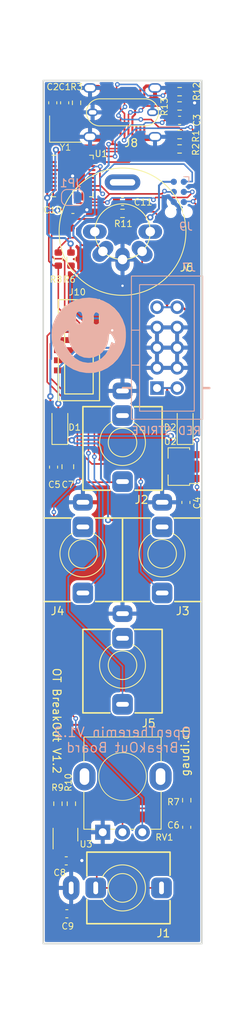
<source format=kicad_pcb>
(kicad_pcb (version 20211014) (generator pcbnew)
  (layers (0 "F.Cu" signal) (31 "B.Cu" signal) (34 "B.Paste" user) (35 "F.Paste" user) (36 "B.SilkS" user "B.Silkscreen") (37 "F.SilkS" user "F.Silkscreen") (38 "B.Mask" user) (39 "F.Mask" user) (44 "Edge.Cuts" user))
  (net 0 "")
  (net 2 "Net-(J6-Pad4)")
  (net 4 "Net-(J6-Pad5)")
  (net 5 "AUDIO")
  (net 6 "CV1")
  (net 7 "TXD")
  (net 8 "CV2")
  (net 9 "RXD")
  (net 10 "GATE")
  (net 11 "Net-(C8-Pad2)")
  (net 28 "Net-(U1-Pad13)")
  (net 37 "+5V")
  (net 38 "UGND")
  (net 39 "Net-(C1-Pad2)")
  (net 40 "Net-(J8-PadA7)")
  (net 41 "MISO")
  (net 42 "SCK")
  (net 43 "MOSI")
  (net 44 "RESET")
  (net 45 "Net-(C2-Pad2)")
  (net 46 "Net-(C3-Pad2)")
  (net 47 "Net-(J8-PadA6)")
  (net 48 "Net-(R1-Pad2)")
  (net 49 "Net-(R2-Pad2)")
  (net 50 "Net-(C4-Pad2)")
  (net 51 "Net-(R7-Pad2)")
  (net 52 "Net-(C6-Pad2)")
  (net 53 "PHONO")
  (net 54 "Net-(J8-PadA5)")
  (net 55 "Net-(J8-PadB5)")
  (net 56 "+12V")
  (net 57 "-12V")
  (net 58 "Net-(R10-Pad2)")
  (net 59 "VUSB")
  (footprint "Package_DFN_QFN:QFN-32-1EP_5x5mm_P0.5mm_EP3.1x3.1mm" (layer "F.Cu") (at 93.7 68.5)
    (fp_text reference "U1")
    (fp_text value "ATmega16U2-M")
  )
  (footprint "Capacitor_SMD:C_0603_1608Metric" (layer "F.Cu") (at 100 71.7 180)
    (fp_text reference "C11")
    (fp_text value "100nF")
  )
  (footprint "Resistor_SMD:R_0603_1608Metric" (layer "F.Cu") (at 107.2 63.3 180)
    (fp_text reference "R1")
    (fp_text value "22R")
  )
  (footprint "GaudiLabsFootPrints:Jack_3.5mm_Stereo_WQP-PJ366ST_Vertical" (layer "F.Cu") (at 100 102 180)
    (fp_text reference "J2")
    (fp_text value "AudioJack2_Ground_SwitchT")
  )
  (footprint "GaudiLabsFootPrints:OTBreakOut_2x05_P1.27mm_Vertical_SMD" (layer "F.Cu") (at 94.5 90.4)
    (fp_text reference "J10")
    (fp_text value "Conn_02x05_Odd_Even")
  )
  (footprint "GaudiLabsFootPrints:Alps_RK09K_Vertical" (layer "F.Cu") (at 100 144)
    (fp_text reference "RV1")
    (fp_text value "R_Potentiometer")
  )
  (footprint "Fiducial:Fiducial_1mm_Mask2mm" (layer "F.Cu") (at 93.5 75)
    (fp_text reference "FID1" hide)
    (fp_text value "Fiducial")
  )
  (footprint "Capacitor_SMD:C_0603_1608Metric" (layer "F.Cu") (at 92.9 154.6)
    (fp_text reference "C8")
    (fp_text value "10uF")
  )
  (footprint "Capacitor_SMD:C_0603_1608Metric" (layer "F.Cu") (at 91.2 59.3 -90)
    (fp_text reference "C2")
    (fp_text value "22pF")
  )
  (footprint "Capacitor_SMD:C_0603_1608Metric" (layer "F.Cu") (at 107.2 61.5 180)
    (fp_text reference "C3")
    (fp_text value "1uF")
  )
  (footprint "Capacitor_SMD:C_0603_1608Metric" (layer "F.Cu") (at 108 109.54 90)
    (fp_text reference "C4")
    (fp_text value "22pF")
  )
  (footprint "GaudiLabsFootPrints:Deltron_691-0500" (layer "F.Cu") (at 100 75.5)
    (fp_text reference "J6")
    (fp_text value "DIN-5_180degree")
  )
  (footprint "Capacitor_SMD:C_0603_1608Metric" (layer "F.Cu") (at 92.975 161.25)
    (fp_text reference "C9")
    (fp_text value "100nF")
  )
  (footprint "GaudiLabsFootPrints:UJ40_CVG_SMT_TR" (layer "F.Cu") (at 100 60.5)
    (fp_text reference "J8")
    (fp_text value "USB_C_Receptacle")
  )
  (footprint "Fiducial:Fiducial_1mm_Mask2mm" (layer "F.Cu") (at 108 163)
    (fp_text reference "FID2" hide)
    (fp_text value "Fiducial")
  )
  (footprint "GaudiLabsFootPrints:Jack_3.5mm_Stereo_WQP-PJ366ST_Vertical" (layer "F.Cu") (at 95 116 180)
    (fp_text reference "J4")
    (fp_text value "AudioJack2_Ground_SwitchT")
  )
  (footprint "Diode_SMD:D_SOD-123" (layer "F.Cu") (at 107.9 100 90)
    (fp_text reference "D2")
    (fp_text value "D_Small_Filled")
  )
  (footprint "Resistor_SMD:R_0603_1608Metric" (layer "F.Cu") (at 93.55 147.4125 -90)
    (fp_text reference "R10")
    (fp_text value "10k")
  )
  (footprint "Package_TO_SOT_SMD:SOT-89-3" (layer "F.Cu") (at 107.41 105.03 180)
    (fp_text reference "U2")
    (fp_text value "AP2205R-5.0")
  )
  (footprint "Capacitor_SMD:C_0603_1608Metric" (layer "F.Cu") (at 91.3 105.1 90)
    (fp_text reference "C5")
    (fp_text value "22pF")
  )
  (footprint "Resistor_SMD:R_0603_1608Metric" (layer "F.Cu") (at 107.2 57.9)
    (fp_text reference "R12")
    (fp_text value "5.1k")
  )
  (footprint "Resistor_SMD:R_0603_1608Metric" (layer "F.Cu") (at 108.1 146.975 90)
    (fp_text reference "R7")
    (fp_text value "2.2k")
  )
  (footprint "Capacitor_SMD:C_0805_2012Metric" (layer "F.Cu") (at 93.1 105.05 90)
    (fp_text reference "C7")
    (fp_text value "47uF")
  )
  (footprint "Resistor_SMD:R_0603_1608Metric" (layer "F.Cu") (at 107.2 65.1 180)
    (fp_text reference "R2")
    (fp_text value "22R")
  )
  (footprint "GaudiLabsFootPrints:Jack_3.5mm_Stereo_WQP-PJ366ST_Vertical" (layer "F.Cu") (at 100 130 180)
    (fp_text reference "J5")
    (fp_text value "AudioJack2_Ground_SwitchT")
  )
  (footprint "Package_TO_SOT_SMD:SOT-23-5" (layer "F.Cu") (at 92.8 151.3 90)
    (fp_text reference "U3")
    (fp_text value "AD8531ARTZ-R7 ")
  )
  (footprint "Capacitor_SMD:C_0603_1608Metric" (layer "F.Cu") (at 108.1 150.375 90)
    (fp_text reference "C6")
    (fp_text value "10nF")
  )
  (footprint "Diode_SMD:D_SOD-123" (layer "F.Cu") (at 92.1 100 90)
    (fp_text reference "D1")
    (fp_text value "D_Schottky")
  )
  (footprint "Capacitor_SMD:C_0603_1608Metric" (layer "F.Cu") (at 92.7 59.3 -90)
    (fp_text reference "C1")
    (fp_text value "22pF")
  )
  (footprint "Crystal:Crystal_SMD_3225-4Pin_3.2x2.5mm" (layer "F.Cu") (at 92.8 62.6)
    (fp_text reference "Y1")
    (fp_text value "Crystal_GND24")
  )
  (footprint "Resistor_SMD:R_0603_1608Metric" (layer "F.Cu") (at 107.2 59.7)
    (fp_text reference "R13")
    (fp_text value "5.1k")
  )
  (footprint "Resistor_SMD:R_0603_1608Metric" (layer "F.Cu") (at 100 73.2)
    (fp_text reference "R11")
    (fp_text value "10k")
  )
  (footprint "Resistor_SMD:R_0603_1608Metric" (layer "F.Cu") (at 93.5 78.95 90)
    (fp_text reference "R6")
    (fp_text value "220R")
  )
  (footprint "GaudiLabsFootPrints:Jack_3.5mm_Stereo_WQP-PJ366ST_Vertical" (layer "F.Cu") (at 105 116 180)
    (fp_text reference "J3")
    (fp_text value "AudioJack2_Ground_SwitchT")
  )
  (footprint "Capacitor_SMD:C_0603_1608Metric" (layer "F.Cu") (at 93.739 72.7)
    (fp_text reference "C10")
    (fp_text value "100nF")
  )
  (footprint "Resistor_SMD:R_0603_1608Metric" (layer "F.Cu") (at 91.9 78.95 90)
    (fp_text reference "R8")
    (fp_text value "220R")
  )
  (footprint "Resistor_SMD:R_0603_1608Metric" (layer "F.Cu") (at 91.85 147.4125 90)
    (fp_text reference "R9")
    (fp_text value "10k")
  )
  (footprint "Audio_Jacks:Jack_3.5mm_QingPu_WQP-PJ366ST_Vertical" (layer "F.Cu") (at 100 158 -90)
    (fp_text reference "J1")
    (fp_text value "AudioJack3")
  )
  (footprint "Resistor_SMD:R_0603_1608Metric" (layer "F.Cu") (at 94.2 59.3 -90)
    (fp_text reference "R3")
    (fp_text value "1M")
  )
  (footprint "Jumper:SolderJumper-2_P1.3mm_Open_RoundedPad1.0x1.5mm" (layer "B.Cu") (at 93.7 71.2 180)
    (fp_text reference "JP1")
    (fp_text value "Jumper_2_Bridged")
  )
  (footprint "Connector:Tag-Connect_TC2030-IDC-NL_2x03_P1.27mm_Vertical" (layer "B.Cu") (at 107.1 70.5 -90)
    (fp_text reference "J9")
    (fp_text value "Conn_02x03_Odd_Even")
  )
  (footprint "GaudiLabsFootPrints:ModularConnector_10pin" (layer "B.Cu") (at 104.35 95.16)
    (fp_text reference "J7")
    (fp_text value "Conn_02x05_Odd_Even")
  )
  (footprint "GaudiLabsLogos:Smile" (layer "B.Cu") (at 95.699639 88.5249 180)
    (fp_text reference "X1")
    (fp_text value "dummy" hide)
  )
  (gr_line (start 110 165) (end 110 56.5) (layer "Edge.Cuts") (width 0.2))
  (gr_line (start 90 165) (end 90 56.5) (layer "Edge.Cuts") (width 0.2))
  (gr_line (start 110 56.5) (end 90 56.5) (layer "Edge.Cuts") (width 0.2))
  (gr_line (start 90 165) (end 110 165) (layer "Edge.Cuts") (width 0.2))
  (gr_text "RED STRIPE" (at 105.52 100.53) (layer "B.SilkS") (effects (font (size 1 1)) (justify mirror)))
  (gr_text "OpenTheremin V1.2\nBreakOut Board" (at 100 139.4) (layer "B.SilkS") (effects (font (size 1.2 1.2)) (justify mirror)))
  (gr_text "OT BreakOut V1.2\n" (at 91.7 137 270) (layer "F.SilkS") (effects (font (size 1 1))))
  (gr_text "gaudi.ch" (at 107.9 140.8 90) (layer "F.SilkS") (effects (font (size 1 1))))
  (segment (start 93.3 79.75) (end 94.75 81.2) (width 0.2) (layer "F.Cu") (net 2))
  (segment (start 102.474874 80.225126) (end 102.474874 77.974874) (width 0.2) (layer "F.Cu") (net 2))
  (segment (start 94.75 81.2) (end 101.5 81.2) (width 0.2) (layer "F.Cu") (net 2))
  (segment (start 101.5 81.2) (end 102.474874 80.225126) (width 0.2) (layer "F.Cu") (net 2))
  (segment (start 94.9 77.2) (end 96.750252 77.2) (width 0.2) (layer "F.Cu") (net 4))
  (segment (start 96.750252 77.2) (end 97.525126 77.974874) (width 0.2) (layer "F.Cu") (net 4))
  (segment (start 93.261619 76.255) (end 93.955 76.255) (width 0.2) (layer "F.Cu") (net 4))
  (segment (start 91.9 77.616619) (end 93.261619 76.255) (width 0.2) (layer "F.Cu") (net 4))
  (segment (start 91.9 78.125) (end 91.9 77.616619) (width 0.2) (layer "F.Cu") (net 4))
  (segment (start 93.955 76.255) (end 94.9 77.2) (width 0.2) (layer "F.Cu") (net 4))
  (segment (start 94.3 97.3) (end 94.3 105.1) (width 0.2) (layer "F.Cu") (net 5))
  (segment (start 94.3 105.1) (end 94.3 106) (width 0.2) (layer "F.Cu") (net 5))
  (segment (start 91.24 87.86) (end 92.55 87.86) (width 0.2) (layer "F.Cu") (net 5))
  (segment (start 99.92 107) (end 100 106.92) (width 0.2) (layer "F.Cu") (net 5))
  (segment (start 91.3405 133.9405) (end 91.3405 110.746411) (width 0.2) (layer "F.Cu") (net 5))
  (segment (start 95.6 107) (end 99.92 107) (width 0.2) (layer "F.Cu") (net 5))
  (segment (start 93.05 87.86) (end 91.84 87.86) (width 0.2) (layer "F.Cu") (net 5))
  (segment (start 93.3 96.3) (end 94.3 97.3) (width 0.2) (layer "F.Cu") (net 5))
  (segment (start 90.5 88.6) (end 91.24 87.86) (width 0.2) (layer "F.Cu") (net 5))
  (segment (start 94.3 106) (end 94.65 106.35) (width 0.2) (layer "F.Cu") (net 5))
  (segment (start 94.65 106.65) (end 94.4 106.9) (width 0.2) (layer "F.Cu") (net 5))
  (segment (start 94.65 106.35) (end 94.65 106.65) (width 0.2) (layer "F.Cu") (net 5))
  (segment (start 92.4 96.3) (end 93.3 96.3) (width 0.2) (layer "F.Cu") (net 5))
  (segment (start 91.05 94.95) (end 90.5 94.4) (width 0.2) (layer "F.Cu") (net 5))
  (segment (start 94.65 106.35) (end 95.3 107) (width 0.2) (layer "F.Cu") (net 5))
  (segment (start 94.1 136.7) (end 91.3405 133.9405) (width 0.2) (layer "F.Cu") (net 5))
  (segment (start 91.05 94.95) (end 92.4 96.3) (width 0.2) (layer "F.Cu") (net 5))
  (segment (start 90.5 94.4) (end 90.5 88.6) (width 0.2) (layer "F.Cu") (net 5))
  (segment (start 95.6 107) (end 95.3 107) (width 0.2) (layer "F.Cu") (net 5))
  (via (at 94.4 106.9) (size 0.6) (drill 0.3) (layers "F.Cu" "B.Cu") (net 5))
  (via (at 94.1 136.7) (size 0.6) (drill 0.3) (layers "F.Cu" "B.Cu") (net 5))
  (via (at 91.3405 110.746411) (size 0.6) (drill 0.3) (layers "F.Cu" "B.Cu") (net 5))
  (segment (start 94.1 136.7) (end 94.1 138.3) (width 0.2) (layer "B.Cu") (net 5))
  (segment (start 94.4 106.9) (end 91.3405 109.9595) (width 0.2) (layer "B.Cu") (net 5))
  (segment (start 94.1 138.3) (end 102.5 146.7) (width 0.2) (layer "B.Cu") (net 5))
  (segment (start 102.5 146.7) (end 102.5 151) (width 0.2) (layer "B.Cu") (net 5))
  (segment (start 91.3405 109.9595) (end 91.3405 110.746411) (width 0.2) (layer "B.Cu") (net 5))
  (segment (start 91.37 89.13) (end 92.55 89.13) (width 0.2) (layer "F.Cu") (net 6))
  (segment (start 96.15 104.7) (end 94.8 103.35) (width 0.2) (layer "F.Cu") (net 6))
  (segment (start 90.9 89.6) (end 91.37 89.13) (width 0.2) (layer "F.Cu") (net 6))
  (segment (start 92.7 95.7) (end 90.9 93.9) (width 0.2) (layer "F.Cu") (net 6))
  (segment (start 94.8 96.9) (end 93.6 95.7) (width 0.2) (layer "F.Cu") (net 6))
  (segment (start 93.05 89.13) (end 91.87 89.13) (width 0.2) (layer "F.Cu") (net 6))
  (segment (start 94.8 103.35) (end 94.8 96.9) (width 0.2) (layer "F.Cu") (net 6))
  (segment (start 102.3 106.95) (end 102.3 105.9) (width 0.2) (layer "F.Cu") (net 6))
  (segment (start 90.9 93.9) (end 90.9 89.6) (width 0.2) (layer "F.Cu") (net 6))
  (segment (start 102.3 105.9) (end 101.1 104.7) (width 0.2) (layer "F.Cu") (net 6))
  (segment (start 101.1 104.7) (end 96.15 104.7) (width 0.2) (layer "F.Cu") (net 6))
  (segment (start 93.6 95.7) (end 92.7 95.7) (width 0.2) (layer "F.Cu") (net 6))
  (via (at 102.3 106.95) (size 0.6) (drill 0.3) (layers "F.Cu" "B.Cu") (net 6))
  (segment (start 102.3 118.22) (end 105 120.92) (width 0.2) (layer "B.Cu") (net 6))
  (segment (start 102.3 106.95) (end 102.3 118.22) (width 0.2) (layer "B.Cu") (net 6))
  (segment (start 91.95 70.9375) (end 91.95 71.55) (width 0.2) (layer "F.Cu") (net 7))
  (segment (start 95.23 89.13) (end 94.8 88.7) (width 0.2) (layer "F.Cu") (net 7))
  (segment (start 91.95 71.55) (end 91.06 72.44) (width 0.2) (layer "F.Cu") (net 7))
  (segment (start 94.8 88.7) (end 94.8 87.2) (width 0.2) (layer "F.Cu") (net 7))
  (segment (start 92.7 85.1) (end 92.7 84.3) (width 0.2) (layer "F.Cu") (net 7))
  (segment (start 91.4 78.9) (end 92.4 78.9) (width 0.2) (layer "F.Cu") (net 7))
  (segment (start 92.7 79.2) (end 92.7 84.3) (width 0.2) (layer "F.Cu") (net 7))
  (segment (start 94.8 87.2) (end 92.7 85.1) (width 0.2) (layer "F.Cu") (net 7))
  (segment (start 91.06 72.44) (end 91.06 78.56) (width 0.2) (layer "F.Cu") (net 7))
  (segment (start 95.53 89.13) (end 96.95 89.13) (width 0.2) (layer "F.Cu") (net 7))
  (segment (start 92.4 78.9) (end 92.7 79.2) (width 0.2) (layer "F.Cu") (net 7))
  (segment (start 91.06 78.56) (end 91.4 78.9) (width 0.2) (layer "F.Cu") (net 7))
  (segment (start 96.45 89.13) (end 95.23 89.13) (width 0.2) (layer "F.Cu") (net 7))
  (segment (start 94.8 93.7) (end 96.45 95.35) (width 0.2) (layer "F.Cu") (net 8))
  (segment (start 96.45 95.35) (end 96.45 103.8) (width 0.2) (layer "F.Cu") (net 8))
  (segment (start 92.55 90.4) (end 94.1 90.4) (width 0.2) (layer "F.Cu") (net 8))
  (segment (start 94.1 90.4) (end 94.8 91.1) (width 0.2) (layer "F.Cu") (net 8))
  (segment (start 94.8 91.1) (end 94.8 93.7) (width 0.2) (layer "F.Cu") (net 8))
  (via (at 96.45 103.8) (size 0.6) (drill 0.3) (layers "F.Cu" "B.Cu") (net 8))
  (segment (start 97.5 107.7) (end 96.45 106.65) (width 0.2) (layer "B.Cu") (net 8))
  (segment (start 97.5 118.42) (end 97.5 107.7) (width 0.2) (layer "B.Cu") (net 8))
  (segment (start 96.45 106.65) (end 96.45 103.8) (width 0.2) (layer "B.Cu") (net 8))
  (segment (start 95 120.92) (end 97.5 118.42) (width 0.2) (layer "B.Cu") (net 8))
  (segment (start 91.2625 71.4875) (end 91.2625 70.25) (width 0.2) (layer "F.Cu") (net 9))
  (segment (start 91.275 79.775) (end 90.7 79.2) (width 0.2) (layer "F.Cu") (net 9))
  (segment (start 93.1 86.3) (end 91.9 85.1) (width 0.2) (layer "F.Cu") (net 9))
  (segment (start 91.9 79.775) (end 91.9 84.9) (width 0.2) (layer "F.Cu") (net 9))
  (segment (start 94.4 89.5) (end 94.4 87.6) (width 0.2) (layer "F.Cu") (net 9))
  (segment (start 90.7 72.05) (end 91.2625 71.4875) (width 0.2) (layer "F.Cu") (net 9))
  (segment (start 91.9 79.775) (end 91.275 79.775) (width 0.2) (layer "F.Cu") (net 9))
  (segment (start 90.7 79.2) (end 90.7 72.05) (width 0.2) (layer "F.Cu") (net 9))
  (segment (start 91.9 85.1) (end 91.9 84.9) (width 0.2) (layer "F.Cu") (net 9))
  (segment (start 94.4 87.6) (end 93.1 86.3) (width 0.2) (layer "F.Cu") (net 9))
  (segment (start 96.45 90.4) (end 95.3 90.4) (width 0.2) (layer "F.Cu") (net 9))
  (segment (start 95.3 90.4) (end 94.4 89.5) (width 0.2) (layer "F.Cu") (net 9))
  (segment (start 95.7 95.5) (end 94.4 94.2) (width 0.2) (layer "F.Cu") (net 10))
  (segment (start 94.4 92.1) (end 93.97 91.67) (width 0.2) (layer "F.Cu") (net 10))
  (segment (start 94.4 94.2) (end 94.4 92.1) (width 0.2) (layer "F.Cu") (net 10))
  (segment (start 95.7 96.7) (end 95.7 95.5) (width 0.2) (layer "F.Cu") (net 10))
  (segment (start 93.97 91.67) (end 92.55 91.67) (width 0.2) (layer "F.Cu") (net 10))
  (segment (start 95.7 96.7) (end 95.7 103.35) (width 0.2) (layer "F.Cu") (net 10))
  (via (at 95.7 103.35) (size 0.6) (drill 0.3) (layers "F.Cu" "B.Cu") (net 10))
  (segment (start 95.7 103.35) (end 95.7 106.65) (width 0.2) (layer "B.Cu") (net 10))
  (segment (start 94.05 118.05) (end 93.15 118.95) (width 0.2) (layer "B.Cu") (net 10))
  (segment (start 93.15 118.95) (end 93.15 123.3) (width 0.2) (layer "B.Cu") (net 10))
  (segment (start 100 130.15) (end 100 134.92) (width 0.2) (layer "B.Cu") (net 10))
  (segment (start 97.05 108) (end 97.05 116.19) (width 0.2) (layer "B.Cu") (net 10))
  (segment (start 95.7 106.65) (end 97.05 108) (width 0.2) (layer "B.Cu") (net 10))
  (segment (start 95.19 118.05) (end 94.05 118.05) (width 0.2) (layer "B.Cu") (net 10))
  (segment (start 93.15 123.3) (end 100 130.15) (width 0.2) (layer "B.Cu") (net 10))
  (segment (start 97.05 116.19) (end 95.19 118.05) (width 0.2) (layer "B.Cu") (net 10))
  (segment (start 92.837 154.178) (end 92.837 153.857) (width 0.2) (layer "F.Cu") (net 11))
  (segment (start 92.837 153.857) (end 92.68 153.7) (width 0.2) (layer "F.Cu") (net 11))
  (segment (start 93.259 154.6) (end 92.837 154.178) (width 0.2) (layer "F.Cu") (net 11))
  (segment (start 93.675 154.6) (end 93.259 154.6) (width 0.2) (layer "F.Cu") (net 11))
  (segment (start 91.85 153.35) (end 91.85 152.4375) (width 0.2) (layer "F.Cu") (net 11))
  (segment (start 92.68 153.7) (end 92.2 153.7) (width 0.2) (layer "F.Cu") (net 11))
  (segment (start 92.2 153.7) (end 91.85 153.35) (width 0.2) (layer "F.Cu") (net 11))
  (segment (start 95.773381 72.09) (end 95.883381 72.2) (width 0.2) (layer "F.Cu") (net 28))
  (segment (start 95.080884 72.09) (end 95.773381 72.09) (width 0.2) (layer "F.Cu") (net 28))
  (segment (start 94.209 71.909) (end 94.899884 71.909) (width 0.2) (layer "F.Cu") (net 28))
  (segment (start 93.95 71.65) (end 94.1 71.8) (width 0.2) (layer "F.Cu") (net 28))
  (segment (start 93.95 70.9375) (end 93.95 71.65) (width 0.2) (layer "F.Cu") (net 28))
  (segment (start 94.1 71.8) (end 94.209 71.909) (width 0.2) (layer "F.Cu") (net 28))
  (segment (start 94.899884 71.909) (end 95.080884 72.09) (width 0.2) (layer "F.Cu") (net 28))
  (segment (start 98.529373 72.395627) (end 99.225 71.7) (width 0.2) (layer "F.Cu") (net 28))
  (segment (start 95.883381 72.2) (end 97.2 72.2) (width 0.2) (layer "F.Cu") (net 28))
  (segment (start 97.395627 72.395627) (end 98.529373 72.395627) (width 0.2) (layer "F.Cu") (net 28))
  (segment (start 97.2 72.2) (end 97.395627 72.395627) (width 0.2) (layer "F.Cu") (net 28))
  (segment (start 92.964 72.7) (end 91.93 72.7) (width 0.25) (layer "F.Cu") (net 37))
  (segment (start 103.4 123.1) (end 103.4 136) (width 0.25) (layer "F.Cu") (net 37))
  (segment (start 90.6 159.65) (end 90.725 159.775) (width 0.25) (layer "F.Cu") (net 37))
  (segment (start 91.95 66.0625) (end 91.95 65.55) (width 0.25) (layer "F.Cu") (net 37))
  (segment (start 91.9 100.9) (end 90.9 99.9) (width 0.25) (layer "F.Cu") (net 37))
  (segment (start 93.1 104.1) (end 91.525 104.1) (width 0.4) (layer "F.Cu") (net 37))
  (segment (start 99.175 73.2) (end 99.175 73.225) (width 0.25) (layer "F.Cu") (net 37))
  (segment (start 99.96 111.76) (end 100.95 112.75) (width 0.25) (layer "F.Cu") (net 37))
  (segment (start 90.75 68.25) (end 90.5 68.5) (width 0.25) (layer "F.Cu") (net 37))
  (segment (start 103.4 136) (end 101.9 137.5) (width 0.25) (layer "F.Cu") (net 37))
  (segment (start 106.3 102.2) (end 106.1 102) (width 0.25) (layer "F.Cu") (net 37))
  (segment (start 98.66 87.86) (end 98.7 87.9) (width 0.25) (layer "F.Cu") (net 37))
  (segment (start 91.95 65.55) (end 92 65.5) (width 0.25) (layer "F.Cu") (net 37))
  (segment (start 90.6 150.75) (end 90.6 159.65) (width 0.25) (layer "F.Cu") (net 37))
  (segment (start 98.9 74.3) (end 98.5 73.9) (width 0.25) (layer "F.Cu") (net 37))
  (segment (start 91.93 72.7) (end 91.8 72.83) (width 0.25) (layer "F.Cu") (net 37))
  (segment (start 98.171 111.76) (end 99.96 111.76) (width 0.25) (layer "F.Cu") (net 37))
  (segment (start 91.5 144.6) (end 90.85625 145.24375) (width 0.25) (layer "F.Cu") (net 37))
  (segment (start 90.725 159.775) (end 92.2 161.25) (width 0.25) (layer "F.Cu") (net 37))
  (segment (start 91.986 72.644) (end 91.8 72.83) (width 0.25) (layer "F.Cu") (net 37))
  (segment (start 99.175 73.225) (end 98.5 73.9) (width 0.25) (layer "F.Cu") (net 37))
  (segment (start 90.85625 150.49375) (end 90.6 150.75) (width 0.25) (layer "F.Cu") (net 37))
  (segment (start 91.5 139.4) (end 91.5 144.6) (width 0.25) (layer "F.Cu") (net 37))
  (segment (start 91.2625 68.25) (end 90.75 68.25) (width 0.25) (layer "F.Cu") (net 37))
  (segment (start 92.1 101.65) (end 92.1 104.1) (width 0.4) (layer "F.Cu") (net 37))
  (segment (start 100.95 120.65) (end 103.4 123.1) (width 0.25) (layer "F.Cu") (net 37))
  (segment (start 90.975 150.1625) (end 90.85625 150.04375) (width 0.25) (layer "F.Cu") (net 37))
  (segment (start 92.4 65.5) (end 92.45 65.55) (width 0.25) (layer "F.Cu") (net 37))
  (segment (start 103.5 73.7) (end 102.4 73.7) (width 0.25) (layer "F.Cu") (net 37))
  (segment (start 90.85625 145.24375) (end 90.85625 150.04375) (width 0.25) (layer "F.Cu") (net 37))
  (segment (start 101.8 74.3) (end 98.9 74.3) (width 0.25) (layer "F.Cu") (net 37))
  (segment (start 92.45 65.55) (end 92.45 66.0625) (width 0.25) (layer "F.Cu") (net 37))
  (segment (start 92 65.5) (end 92.4 65.5) (width 0.25) (layer "F.Cu") (net 37))
  (segment (start 92.964 72.754) (end 94.11 73.9) (width 0.25) (layer "F.Cu") (net 37))
  (segment (start 93.45 78.1) (end 93.45 77) (width 0.25) (layer "F.Cu") (net 37))
  (segment (start 93.4 137.5) (end 91.5 139.4) (width 0.25) (layer "F.Cu") (net 37))
  (segment (start 109.06 103.53) (end 107.63 103.53) (width 0.25) (layer "F.Cu") (net 37))
  (segment (start 93.522 101.65) (end 93.599 101.727) (width 0.25) (layer "F.Cu") (net 37))
  (segment (start 91.9 101.65) (end 93.522 101.65) (width 0.4) (layer "F.Cu") (net 37))
  (segment (start 90.85625 150.04375) (end 90.85625 150.49375) (width 0.25) (layer "F.Cu") (net 37))
  (segment (start 100.95 112.75) (end 100.95 120.65) (width 0.25) (layer "F.Cu") (net 37))
  (segment (start 102.4 73.7) (end 101.8 74.3) (width 0.25) (layer "F.Cu") (net 37))
  (segment (start 101.9 137.5) (end 93.4 137.5) (width 0.25) (layer "F.Cu") (net 37))
  (segment (start 98.5 73.9) (end 94.11 73.9) (width 0.25) (layer "F.Cu") (net 37))
  (segment (start 107.63 103.53) (end 106.3 102.2) (width 0.25) (layer "F.Cu") (net 37))
  (segment (start 96.95 87.86) (end 98.66 87.86) (width 0.25) (layer "F.Cu") (net 37))
  (segment (start 91.85 150.1625) (end 90.975 150.1625) (width 0.25) (layer "F.Cu") (net 37))
  (segment (start 106.1 102) (end 106.1 101.2) (width 0.25) (layer "F.Cu") (net 37))
  (segment (start 91.9 101.65) (end 91.9 100.9) (width 0.25) (layer "F.Cu") (net 37))
  (segment (start 90.9 99.9) (end 90.9 96.2) (width 0.25) (layer "F.Cu") (net 37))
  (segment (start 90.5 68.5) (end 90.5 71.25) (width 0.25) (layer "F.Cu") (net 37))
  (segment (start 91.525 104.1) (end 91.3 104.325) (width 0.25) (layer "F.Cu") (net 37))
  (via (at 91.6 65.2) (size 0.8) (drill 0.4) (layers "F.Cu" "B.Cu") (net 37))
  (via (at 91.8 72.83) (size 0.8) (drill 0.4) (layers "F.Cu" "B.Cu") (net 37))
  (via (at 98.171 111.76) (size 0.8) (drill 0.4) (layers "F.Cu" "B.Cu") (net 37))
  (via (at 93.599 101.727) (size 0.8) (drill 0.4) (layers "F.Cu" "B.Cu") (net 37))
  (via (at 98.7 87.9) (size 0.6) (drill 0.3) (layers "F.Cu" "B.Cu") (net 37))
  (via (at 106.1 101.2) (size 0.8) (drill 0.4) (layers "F.Cu" "B.Cu") (net 37))
  (via (at 90.9 96.2) (size 0.8) (drill 0.4) (layers "F.Cu" "B.Cu") (net 37))
  (via (at 93.45 77) (size 0.8) (drill 0.4) (layers "F.Cu" "B.Cu") (net 37))
  (via (at 103.5 73.7) (size 0.8) (drill 0.4) (layers "F.Cu" "B.Cu") (net 37))
  (via (at 90.5 71.25) (size 0.8) (drill 0.4) (layers "F.Cu" "B.Cu") (net 37))
  (segment (start 106.1 101.2) (end 97.2 101.2) (width 0.25) (layer "B.Cu") (net 37))
  (segment (start 93.99 102.118) (end 96.782 102.118) (width 0.25) (layer "B.Cu") (net 37))
  (segment (start 90.5 71.25) (end 90.5 72.02) (width 0.25) (layer "B.Cu") (net 37))
  (segment (start 104.6 72.6) (end 103.5 73.7) (width 0.25) (layer "B.Cu") (net 37))
  (segment (start 105.07 69.23) (end 106.465 69.23) (width 0.25) (layer "B.Cu") (net 37))
  (segment (start 91.5195 70.2305) (end 90.5 71.25) (width 0.25) (layer "B.Cu") (net 37))
  (segment (start 92.1 76.3) (end 92.75 76.3) (width 0.25) (layer "B.Cu") (net 37))
  (segment (start 97.282 106.553) (end 98.171 107.442) (width 0.25) (layer "B.Cu") (net 37))
  (segment (start 93.599 101.727) (end 93.99 102.118) (width 0.25) (layer "B.Cu") (net 37))
  (segment (start 90.9 96.2) (end 90.9 91.6) (width 0.25) (layer "B.Cu") (net 37))
  (segment (start 93.45 77) (end 92.75 76.3) (width 0.25) (layer "B.Cu") (net 37))
  (segment (start 94.126 101.2) (end 93.599 101.727) (width 0.25) (layer "B.Cu") (net 37))
  (segment (start 91 91.5) (end 90.9 91.6) (width 0.25) (layer "B.Cu") (net 37))
  (segment (start 91.5195 65.2805) (end 91.6 65.2) (width 0.25) (layer "B.Cu") (net 37))
  (segment (start 91 87.9) (end 91 91.5) (width 0.25) (layer "B.Cu") (net 37))
  (segment (start 90.5 72.82) (end 90.5 75.8) (width 0.25) (layer "B.Cu") (net 37))
  (segment (start 98.7 87.9) (end 91 87.9) (width 0.25) (layer "B.Cu") (net 37))
  (segment (start 104.6 69.7) (end 105.07 69.23) (width 0.25) (layer "B.Cu") (net 37))
  (segment (start 90.5 75.8) (end 91 76.3) (width 0.25) (layer "B.Cu") (net 37))
  (segment (start 91 76.3) (end 91 80.7) (width 0.25) (layer "B.Cu") (net 37))
  (segment (start 104.6 70.4) (end 104.6 69.7) (width 0.25) (layer "B.Cu") (net 37))
  (segment (start 98.171 107.442) (end 98.171 111.76) (width 0.25) (layer "B.Cu") (net 37))
  (segment (start 91.5195 70.2305) (end 91.5195 65.2805) (width 0.25) (layer "B.Cu") (net 37))
  (segment (start 97.282 102.618) (end 97.282 106.553) (width 0.25) (layer "B.Cu") (net 37))
  (segment (start 90.58 75.88) (end 91 76.3) (width 0.25) (layer "B.Cu") (net 37))
  (segment (start 90.5 72.82) (end 91.79 72.82) (width 0.25) (layer "B.Cu") (net 37))
  (segment (start 90.5 72.02) (end 90.5 72.82) (width 0.25) (layer "B.Cu") (net 37))
  (segment (start 91.79 72.82) (end 91.8 72.83) (width 0.25) (layer "B.Cu") (net 37))
  (segment (start 104.6 70.4) (end 104.6 72.6) (width 0.25) (layer "B.Cu") (net 37))
  (segment (start 97.2 101.2) (end 94.126 101.2) (width 0.25) (layer "B.Cu") (net 37))
  (segment (start 96.782 102.118) (end 97.282 102.618) (width 0.25) (layer "B.Cu") (net 37))
  (segment (start 91 76.3) (end 92.1 76.3) (width 0.25) (layer "B.Cu") (net 37))
  (segment (start 91 80.7) (end 91 87.9) (width 0.25) (layer "B.Cu") (net 37))
  (segment (start 103 57.19) (end 103.86 57.19) (width 0.4) (layer "F.Cu") (net 38))
  (segment (start 108.025 61.45) (end 107.975 61.5) (width 0.25) (layer "F.Cu") (net 38))
  (segment (start 103.83 57.16) (end 104.1 57.43) (width 0.25) (layer "F.Cu") (net 38))
  (segment (start 96.32 63.99) (end 95.9 63.57) (width 0.25) (layer "F.Cu") (net 38))
  (segment (start 96.08 57.25) (end 95.9 57.43) (width 0.25) (layer "F.Cu") (net 38))
  (segment (start 94.615 153.67) (end 94.869 153.924) (width 0.25) (layer "F.Cu") (net 38))
  (segment (start 97.25 63.75) (end 97.01 63.99) (width 0.4) (layer "F.Cu") (net 38))
  (segment (start 102.75 63.8) (end 102.85 63.9) (width 0.4) (layer "F.Cu") (net 38))
  (segment (start 97.25 62.8) (end 97.25 63.75) (width 0.25) (layer "F.Cu") (net 38))
  (segment (start 91.3 105.875) (end 92.975 105.875) (width 0.25) (layer "F.Cu") (net 38))
  (segment (start 94.869 153.924) (end 94.869 154.051) (width 0.25) (layer "F.Cu") (net 38))
  (segment (start 108.025 57.9) (end 108.025 58.749) (width 0.25) (layer "F.Cu") (net 38))
  (segment (start 92.975 105.875) (end 93.1 106) (width 0.25) (layer "F.Cu") (net 38))
  (segment (start 102.85 63.9) (end 103.77 63.9) (width 0.4) (layer "F.Cu") (net 38))
  (segment (start 93.95 66.0625) (end 93.95 68.25) (width 0.25) (layer "F.Cu") (net 38))
  (segment (start 92.8 152.4375) (end 92.8 153.125) (width 0.25) (layer "F.Cu") (net 38))
  (segment (start 103.86 57.19) (end 104.1 57.43) (width 0.25) (layer "F.Cu") (net 38))
  (segment (start 92.8 153.125) (end 93.345 153.67) (width 0.25) (layer "F.Cu") (net 38))
  (segment (start 103.43 57.43) (end 104.1 57.43) (width 0.25) (layer "F.Cu") (net 38))
  (segment (start 93.345 153.67) (end 94.615 153.67) (width 0.25) (layer "F.Cu") (net 38))
  (segment (start 108.025 58.749) (end 108.533 58.749) (width 0.25) (layer "F.Cu") (net 38))
  (segment (start 97.25 58.2) (end 97.25 57.5) (width 0.25) (layer "F.Cu") (net 38))
  (segment (start 102.75 62.8) (end 102.75 63.8) (width 0.25) (layer "F.Cu") (net 38))
  (segment (start 108.025 58.749) (end 108.025 61.45) (width 0.25) (layer "F.Cu") (net 38))
  (segment (start 97 57.25) (end 96.08 57.25) (width 0.4) (layer "F.Cu") (net 38))
  (segment (start 102.75 57.44) (end 103 57.19) (width 0.4) (layer "F.Cu") (net 38))
  (segment (start 102.75 58.2) (end 102.75 57.44) (width 0.25) (layer "F.Cu") (net 38))
  (segment (start 97.01 63.99) (end 96.32 63.99) (width 0.4) (layer "F.Cu") (net 38))
  (segment (start 93.95 68.25) (end 93.7 68.5) (width 0.25) (layer "F.Cu") (net 38))
  (segment (start 96.19 57.14) (end 95.9 57.43) (width 0.25) (layer "F.Cu") (net 38))
  (segment (start 97.25 57.5) (end 97 57.25) (width 0.4) (layer "F.Cu") (net 38))
  (segment (start 108.533 58.749) (end 109.093 59.309) (width 0.25) (layer "F.Cu") (net 38))
  (segment (start 95.394 72.644) (end 95.5 72.75) (width 0.25) (layer "F.Cu") (net 38))
  (segment (start 103.77 63.9) (end 104.1 63.57) (width 0.25) (layer "F.Cu") (net 38))
  (segment (start 91.2625 67.75) (end 92.95 67.75) (width 0.25) (layer "F.Cu") (net 38))
  (segment (start 94.869 154.051) (end 94.869 154.559) (width 0.25) (layer "F.Cu") (net 38))
  (segment (start 92.95 67.75) (end 93.7 68.5) (width 0.25) (layer "F.Cu") (net 38))
  (segment (start 92.7 58.525) (end 91.2 58.525) (width 0.25) (layer "F.Cu") (net 38))
  (segment (start 94.514 72.644) (end 95.394 72.644) (width 0.25) (layer "F.Cu") (net 38))
  (via (at 100 82.3) (size 0.6) (drill 0.3) (layers "F.Cu" "B.Cu") (net 38))
  (via (at 95.5 72.75) (size 0.8) (drill 0.4) (layers "F.Cu" "B.Cu") (net 38))
  (via (at 109.093 59.309) (size 0.8) (drill 0.4) (layers "F.Cu" "B.Cu") (net 38))
  (via (at 94.869 154.559) (size 0.8) (drill 0.4) (layers "F.Cu" "B.Cu") (net 38))
  (via (at 93.7 68.5) (size 0.8) (drill 0.4) (layers "F.Cu" "B.Cu") (net 38))
  (segment (start 100 79) (end 100 82.3) (width 0.2) (layer "B.Cu") (net 38))
  (segment (start 90.86 64.84) (end 91.16 64.54) (width 0.2) (layer "F.Cu") (net 39))
  (segment (start 92.7 60.075) (end 94.15 60.075) (width 0.2) (layer "F.Cu") (net 39))
  (segment (start 92.8 64.3) (end 92.8 62.1) (width 0.2) (layer "F.Cu") (net 39))
  (segment (start 91 66.75) (end 90.86 66.61) (width 0.2) (layer "F.Cu") (net 39))
  (segment (start 93.9 61.1) (end 94.2 60.8) (width 0.2) (layer "F.Cu") (net 39))
  (segment (start 91.2625 66.75) (end 91 66.75) (width 0.2) (layer "F.Cu") (net 39))
  (segment (start 93.9 61.75) (end 93.9 61.1) (width 0.2) (layer "F.Cu") (net 39))
  (segment (start 94.2 60.8) (end 94.2 60.125) (width 0.2) (layer "F.Cu") (net 39))
  (segment (start 94.15 60.075) (end 94.2 60.125) (width 0.2) (layer "F.Cu") (net 39))
  (segment (start 93.15 61.75) (end 93.9 61.75) (width 0.2) (layer "F.Cu") (net 39))
  (segment (start 91.16 64.54) (end 92.56 64.54) (width 0.2) (layer "F.Cu") (net 39))
  (segment (start 92.8 62.1) (end 93.15 61.75) (width 0.2) (layer "F.Cu") (net 39))
  (segment (start 92.56 64.54) (end 92.8 64.3) (width 0.2) (layer "F.Cu") (net 39))
  (segment (start 90.86 66.61) (end 90.86 64.84) (width 0.2) (layer "F.Cu") (net 39))
  (segment (start 100.25 59.7405) (end 100.3095 59.8) (width 0.2) (layer "F.Cu") (net 40))
  (segment (start 104.6 62.4) (end 103.6 61.4) (width 0.2) (layer "F.Cu") (net 40))
  (segment (start 102.31 61.4) (end 102.3 61.39) (width 0.2) (layer "F.Cu") (net 40))
  (segment (start 108.025 63.3) (end 107.125 62.4) (width 0.2) (layer "F.Cu") (net 40))
  (segment (start 100.25 58.2) (end 100.25 59.7405) (width 0.2) (layer "F.Cu") (net 40))
  (segment (start 107.125 62.4) (end 104.6 62.4) (width 0.2) (layer "F.Cu") (net 40))
  (segment (start 103.6 61.4) (end 102.31 61.4) (width 0.2) (layer "F.Cu") (net 40))
  (segment (start 99.75 61.15) (end 99.5 60.9) (width 0.2) (layer "F.Cu") (net 40))
  (segment (start 99.75 62.8) (end 99.75 61.15) (width 0.2) (layer "F.Cu") (net 40))
  (via (at 99.5 60.9) (size 0.6) (drill 0.3) (layers "F.Cu" "B.Cu") (net 40))
  (via (at 102.3 61.39) (size 0.6) (drill 0.3) (layers "F.Cu" "B.Cu") (net 40))
  (via (at 100.3095 59.8) (size 0.6) (drill 0.3) (layers "F.Cu" "B.Cu") (net 40))
  (segment (start 99.5 60.9) (end 100 61.4) (width 0.2) (layer "B.Cu") (net 40))
  (segment (start 99.5 60.9) (end 99.5 60.6095) (width 0.2) (layer "B.Cu") (net 40))
  (segment (start 99.5 60.6095) (end 100.3095 59.8) (width 0.2) (layer "B.Cu") (net 40))
  (segment (start 102.29 61.4) (end 102.3 61.39) (width 0.2) (layer "B.Cu") (net 40))
  (segment (start 100 61.4) (end 102.29 61.4) (width 0.2) (layer "B.Cu") (net 40))
  (segment (start 96.1375 70.25) (end 97 70.25) (width 0.2) (layer "F.Cu") (net 41))
  (segment (start 97 70.25) (end 97.5 70.75) (width 0.2) (layer "F.Cu") (net 41))
  (via (at 97.5 70.75) (size 0.6) (drill 0.3) (layers "F.Cu" "B.Cu") (net 41))
  (segment (start 107.75 67) (end 98.944472 67) (width 0.2) (layer "B.Cu") (net 41))
  (segment (start 107.765 69.2) (end 108.8 69.2) (width 0.2) (layer "B.Cu") (net 41))
  (segment (start 108.8 69.2) (end 108.8 68.05) (width 0.2) (layer "B.Cu") (net 41))
  (segment (start 97.2 68.744472) (end 97.2 70.5) (width 0.2) (layer "B.Cu") (net 41))
  (segment (start 108.8 68.05) (end 107.75 67) (width 0.2) (layer "B.Cu") (net 41))
  (segment (start 98.944472 67) (end 97.2 68.744472) (width 0.2) (layer "B.Cu") (net 41))
  (segment (start 97.2 70.5) (end 97.45 70.75) (width 0.2) (layer "B.Cu") (net 41))
  (segment (start 97.45 70.75) (end 97.5 70.75) (width 0.2) (layer "B.Cu") (net 41))
  (segment (start 107.735 69.23) (end 107.765 69.2) (width 0.2) (layer "B.Cu") (net 41))
  (segment (start 94.95 70.9375) (end 94.95 71.45) (width 0.2) (layer "F.Cu") (net 42))
  (segment (start 108.8 70.6) (end 108.2 71.2) (width 0.2) (layer "F.Cu") (net 42))
  (segment (start 108.2 71.2) (end 104.4 71.2) (width 0.2) (layer "F.Cu") (net 42))
  (segment (start 104.2 71.2) (end 104.4 71.2) (width 0.2) (layer "F.Cu") (net 42))
  (segment (start 96 71.8) (end 98.05 71.8) (width 0.2) (layer "F.Cu") (net 42))
  (segment (start 108.8 70.5) (end 108.8 70.6) (width 0.2) (layer "F.Cu") (net 42))
  (segment (start 95.835 71.635) (end 96 71.8) (width 0.2) (layer "F.Cu") (net 42))
  (segment (start 98.05 71.8) (end 98.085627 71.835627) (width 0.2) (layer "F.Cu") (net 42))
  (segment (start 94.95 71.45) (end 95.135 71.635) (width 0.2) (layer "F.Cu") (net 42))
  (segment (start 95.135 71.635) (end 95.835 71.635) (width 0.2) (layer "F.Cu") (net 42))
  (segment (start 103.9 71.5) (end 104.2 71.2) (width 0.2) (layer "F.Cu") (net 42))
  (via (at 108.8 70.5) (size 0.6) (drill 0.3) (layers "F.Cu" "B.Cu") (net 42))
  (via (at 98.085627 71.835627) (size 0.6) (drill 0.3) (layers "F.Cu" "B.Cu") (net 42))
  (via (at 103.9 71.5) (size 0.6) (drill 0.3) (layers "F.Cu" "B.Cu") (net 42))
  (segment (start 103.65 71.25) (end 103.9 71.5) (width 0.2) (layer "B.Cu") (net 42))
  (segment (start 98.671254 71.25) (end 99 71.25) (width 0.2) (layer "B.Cu") (net 42))
  (segment (start 108.8 70.5) (end 107.735 70.5) (width 0.2) (layer "B.Cu") (net 42))
  (segment (start 99 71.25) (end 103.05 71.25) (width 0.2) (layer "B.Cu") (net 42))
  (segment (start 98.085627 71.835627) (end 98.671254 71.25) (width 0.2) (layer "B.Cu") (net 42))
  (segment (start 103.05 71.25) (end 103.65 71.25) (width 0.2) (layer "B.Cu") (net 42))
  (segment (start 95.45 70.9375) (end 95.7375 70.9375) (width 0.2) (layer "F.Cu") (net 43))
  (segment (start 97.15 69.75) (end 97.15 67.35) (width 0.2) (layer "F.Cu") (net 43))
  (segment (start 104.95 70.75) (end 105.3 70.4) (width 0.2) (layer "F.Cu") (net 43))
  (segment (start 98.29196 70.75) (end 97.29196 69.75) (width 0.2) (layer "F.Cu") (net 43))
  (segment (start 97.69 71.44) (end 98.38 70.75) (width 0.2) (layer "F.Cu") (net 43))
  (segment (start 98.38 70.75) (end 104.95 70.75) (width 0.2) (layer "F.Cu") (net 43))
  (segment (start 95.7375 70.9375) (end 96.24 71.44) (width 0.2) (layer "F.Cu") (net 43))
  (segment (start 96.61 69.75) (end 96.1375 69.75) (width 0.2) (layer "F.Cu") (net 43))
  (segment (start 97.15 69.75) (end 96.61 69.75) (width 0.2) (layer "F.Cu") (net 43))
  (segment (start 96.24 71.44) (end 97.69 71.44) (width 0.2) (layer "F.Cu") (net 43))
  (segment (start 97.29196 69.75) (end 97.15 69.75) (width 0.2) (layer "F.Cu") (net 43))
  (segment (start 97.15 67.35) (end 97.2 67.3) (width 0.2) (layer "F.Cu") (net 43))
  (segment (start 98.38 70.75) (end 98.29196 70.75) (width 0.2) (layer "F.Cu") (net 43))
  (via (at 97.2 67.3) (size 0.6) (drill 0.3) (layers "F.Cu" "B.Cu") (net 43))
  (via (at 105.3 70.4) (size 0.6) (drill 0.3) (layers "F.Cu" "B.Cu") (net 43))
  (segment (start 96.5 67.3) (end 94.95 68.85) (width 0.2) (layer "B.Cu") (net 43))
  (segment (start 105.4 70.5) (end 105.3 70.4) (width 0.2) (layer "B.Cu") (net 43))
  (segment (start 94.35 71.2) (end 94.35 69.45) (width 0.2) (layer "B.Cu") (net 43))
  (segment (start 97.2 67.3) (end 96.5 67.3) (width 0.2) (layer "B.Cu") (net 43))
  (segment (start 106.465 70.5) (end 105.4 70.5) (width 0.2) (layer "B.Cu") (net 43))
  (segment (start 94.35 69.45) (end 94.95 68.85) (width 0.2) (layer "B.Cu") (net 43))
  (segment (start 105 74) (end 106.4 74) (width 0.2) (layer "F.Cu") (net 44))
  (segment (start 109.25 72.05) (end 108.9 71.7) (width 0.2) (layer "F.Cu") (net 44))
  (segment (start 96.45 91.67) (end 97.83 91.67) (width 0.2) (layer "F.Cu") (net 44))
  (segment (start 96.75 66.75) (end 96.9 66.6) (width 0.2) (layer "F.Cu") (net 44))
  (segment (start 99.5 90) (end 99.5 85.1) (width 0.2) (layer "F.Cu") (net 44))
  (segment (start 99.5 85.1) (end 106.4 78.2) (width 0.2) (layer "F.Cu") (net 44))
  (segment (start 100.85 66.75) (end 101.3 66.3) (width 0.2) (layer "F.Cu") (net 44))
  (segment (start 106.4 78.2) (end 106.4 74) (width 0.2) (layer "F.Cu") (net 44))
  (segment (start 106.3 66.3) (end 108.7 66.3) (width 0.2) (layer "F.Cu") (net 44))
  (segment (start 96.1375 66.75) (end 96.75 66.75) (width 0.2) (layer "F.Cu") (net 44))
  (segment (start 109.4 67) (end 109.4 71.2) (width 0.2) (layer "F.Cu") (net 44))
  (segment (start 104 73) (end 105 74) (width 0.2) (layer "F.Cu") (net 44))
  (segment (start 108.7 66.3) (end 109.4 67) (width 0.2) (layer "F.Cu") (net 44))
  (segment (start 106.4 74) (end 108.75 74) (width 0.2) (layer "F.Cu") (net 44))
  (segment (start 108.75 74) (end 109.25 73.5) (width 0.2) (layer "F.Cu") (net 44))
  (segment (start 97.5 66.6) (end 97.65 66.75) (width 0.2) (layer "F.Cu") (net 44))
  (segment (start 97.65 66.75) (end 100.85 66.75) (width 0.2) (layer "F.Cu") (net 44))
  (segment (start 101.3 66.3) (end 106.3 66.3) (width 0.2) (layer "F.Cu") (net 44))
  (segment (start 100.775 73) (end 104 73) (width 0.2) (layer "F.Cu") (net 44))
  (segment (start 97.83 91.67) (end 99.5 90) (width 0.2) (layer "F.Cu") (net 44))
  (segment (start 96.9 66.6) (end 97.5 66.6) (width 0.2) (layer "F.Cu") (net 44))
  (segment (start 100.775 73) (end 100.775 71.55) (width 0.2) (layer "F.Cu") (net 44))
  (segment (start 109.4 71.2) (end 108.9 71.7) (width 0.2) (layer "F.Cu") (net 44))
  (segment (start 109.25 73.5) (end 109.25 72.05) (width 0.2) (layer "F.Cu") (net 44))
  (via (at 108.9 71.7) (size 0.6) (drill 0.3) (layers "F.Cu" "B.Cu") (net 44))
  (segment (start 108.9 71.7) (end 107.805 71.7) (width 0.2) (layer "B.Cu") (net 44))
  (segment (start 107.805 71.7) (end 107.735 71.77) (width 0.2) (layer "B.Cu") (net 44))
  (segment (start 90.5 60.8) (end 90.5 63.4) (width 0.2) (layer "F.Cu") (net 45))
  (segment (start 91.2 60.1) (end 90.5 60.8) (width 0.2) (layer "F.Cu") (net 45))
  (segment (start 91.2 60.075) (end 91.2 60.1) (width 0.2) (layer "F.Cu") (net 45))
  (segment (start 91.2 59.9) (end 91.8 59.3) (width 0.2) (layer "F.Cu") (net 45))
  (segment (start 90.75 67.25) (end 90.5 67) (width 0.2) (layer "F.Cu") (net 45))
  (segment (start 91.8 59.3) (end 93.375 59.3) (width 0.2) (layer "F.Cu") (net 45))
  (segment (start 91.2 60.075) (end 91.2 59.9) (width 0.2) (layer "F.Cu") (net 45))
  (segment (start 90.55 63.45) (end 91.7 63.45) (width 0.2) (layer "F.Cu") (net 45))
  (segment (start 90.5 63.4) (end 90.55 63.45) (width 0.2) (layer "F.Cu") (net 45))
  (segment (start 93.375 59.3) (end 94.2 58.475) (width 0.2) (layer "F.Cu") (net 45))
  (segment (start 91.2625 67.25) (end 90.75 67.25) (width 0.2) (layer "F.Cu") (net 45))
  (segment (start 90.5 63.4) (end 90.5 67) (width 0.2) (layer "F.Cu") (net 45))
  (segment (start 94.45 66.0625) (end 94.45 65.668916) (width 0.2) (layer "F.Cu") (net 46))
  (segment (start 96.099 65.365) (end 97.242 65.365) (width 0.2) (layer "F.Cu") (net 46))
  (segment (start 97.719807 65.78) (end 97.979807 66.04) (width 0.2) (layer "F.Cu") (net 46))
  (segment (start 97.344808 65.405) (end 97.719807 65.78) (width 0.2) (layer "F.Cu") (net 46))
  (segment (start 97.282 65.405) (end 97.344808 65.405) (width 0.2) (layer "F.Cu") (net 46))
  (segment (start 105.3 61.5) (end 105 61.8) (width 0.2) (layer "F.Cu") (net 46))
  (segment (start 97.242 65.365) (end 97.282 65.405) (width 0.2) (layer "F.Cu") (net 46))
  (segment (start 94.753916 65.365) (end 96.099 65.365) (width 0.2) (layer "F.Cu") (net 46))
  (segment (start 94.45 65.668916) (end 94.753916 65.365) (width 0.2) (layer "F.Cu") (net 46))
  (segment (start 97.979807 66.04) (end 99.06 66.04) (width 0.2) (layer "F.Cu") (net 46))
  (segment (start 106.425 61.5) (end 105.3 61.5) (width 0.2) (layer "F.Cu") (net 46))
  (via (at 99.06 66.04) (size 0.6) (drill 0.3) (layers "F.Cu" "B.Cu") (net 46))
  (via (at 105 61.8) (size 0.6) (drill 0.3) (layers "F.Cu" "B.Cu") (net 46))
  (segment (start 102.9 61.8) (end 102.6 62.1) (width 0.2) (layer "B.Cu") (net 46))
  (segment (start 99.06 66.04) (end 99.06 64.135) (width 0.2) (layer "B.Cu") (net 46))
  (segment (start 102.6 62.1) (end 101.095 62.1) (width 0.2) (layer "B.Cu") (net 46))
  (segment (start 99.06 64.135) (end 101.095 62.1) (width 0.2) (layer "B.Cu") (net 46))
  (segment (start 105 61.8) (end 102.9 61.8) (width 0.2) (layer "B.Cu") (net 46))
  (segment (start 108.025 65.1) (end 108.851 64.274) (width 0.2) (layer "F.Cu") (net 47))
  (segment (start 99.75 60.15) (end 100.25 60.65) (width 0.2) (layer "F.Cu") (net 47))
  (segment (start 99.75 58.2) (end 99.75 60.15) (width 0.2) (layer "F.Cu") (net 47))
  (segment (start 100.25 60.65) (end 100.25 62.8) (width 0.2) (layer "F.Cu") (net 47))
  (segment (start 100.25 62.8) (end 100.25 63.95) (width 0.2) (layer "F.Cu") (net 47))
  (segment (start 108.851 62.623) (end 108.585 62.357) (width 0.2) (layer "F.Cu") (net 47))
  (segment (start 108.851 64.274) (end 108.851 62.623) (width 0.2) (layer "F.Cu") (net 47))
  (segment (start 100.25 63.95) (end 100.2 64) (width 0.2) (layer "F.Cu") (net 47))
  (via (at 100.2 64) (size 0.6) (drill 0.3) (layers "F.Cu" "B.Cu") (net 47))
  (via (at 108.585 62.357) (size 0.6) (drill 0.3) (layers "F.Cu" "B.Cu") (net 47))
  (segment (start 108.077 62.357) (end 108.585 62.357) (width 0.2) (layer "B.Cu") (net 47))
  (segment (start 101.7 62.5) (end 100.2 64) (width 0.2) (layer "B.Cu") (net 47))
  (segment (start 107.077 62.5) (end 107.934 62.5) (width 0.2) (layer "B.Cu") (net 47))
  (segment (start 107.934 62.5) (end 108.077 62.357) (width 0.2) (layer "B.Cu") (net 47))
  (segment (start 107.077 62.5) (end 101.7 62.5) (width 0.2) (layer "B.Cu") (net 47))
  (segment (start 106.3 63.3) (end 106.375 63.3) (width 0.2) (layer "F.Cu") (net 48))
  (segment (start 97.60104 64.643) (end 98.01804 65.06) (width 0.2) (layer "F.Cu") (net 48))
  (segment (start 98.01804 65.06) (end 104.54 65.06) (width 0.2) (layer "F.Cu") (net 48))
  (segment (start 104.54 65.06) (end 106.3 63.3) (width 0.2) (layer "F.Cu") (net 48))
  (segment (start 92.95 65.6598) (end 93.9668 64.643) (width 0.2) (layer "F.Cu") (net 48))
  (segment (start 92.95 66.0625) (end 92.95 65.6598) (width 0.2) (layer "F.Cu") (net 48))
  (segment (start 93.9668 64.643) (end 97.60104 64.643) (width 0.2) (layer "F.Cu") (net 48))
  (segment (start 93.45 66.0625) (end 93.45 65.668916) (width 0.2) (layer "F.Cu") (net 49))
  (segment (start 93.45 65.668916) (end 94.113916 65.005) (width 0.2) (layer "F.Cu") (net 49))
  (segment (start 105.334 65.1) (end 106.375 65.1) (width 0.2) (layer "F.Cu") (net 49))
  (segment (start 94.113916 65.005) (end 97.453924 65.005) (width 0.2) (layer "F.Cu") (net 49))
  (segment (start 97.868924 65.42) (end 105.014 65.42) (width 0.2) (layer "F.Cu") (net 49))
  (segment (start 97.453924 65.005) (end 97.868924 65.42) (width 0.2) (layer "F.Cu") (net 49))
  (segment (start 105.014 65.42) (end 105.334 65.1) (width 0.2) (layer "F.Cu") (net 49))
  (segment (start 109.4 107.6) (end 109.4 106.87) (width 0.2) (layer "F.Cu") (net 50))
  (segment (start 107.9 101.65) (end 109.35 101.65) (width 0.2) (layer "F.Cu") (net 50))
  (segment (start 109.4 108.2) (end 108.835 108.765) (width 0.2) (layer "F.Cu") (net 50))
  (segment (start 109.4 107.6) (end 109.4 108.2) (width 0.2) (layer "F.Cu") (net 50))
  (segment (start 108.835 108.765) (end 108 108.765) (width 0.2) (layer "F.Cu") (net 50))
  (segment (start 109.4 106.87) (end 109.06 106.53) (width 0.2) (layer "F.Cu") (net 50))
  (segment (start 109.35 101.65) (end 109.4 101.7) (width 0.2) (layer "F.Cu") (net 50))
  (via (at 109.4 107.6) (size 0.6) (drill 0.3) (layers "F.Cu" "B.Cu") (net 50))
  (via (at 109.4 101.7) (size 0.6) (drill 0.3) (layers "F.Cu" "B.Cu") (net 50))
  (segment (start 109.4 101.7) (end 109.4 107.6) (width 0.2) (layer "B.Cu") (net 50))
  (segment (start 100 151.5) (end 100 149.7) (width 0.2) (layer "F.Cu") (net 51))
  (segment (start 100 149.7) (end 100.4 149.3) (width 0.2) (layer "F.Cu") (net 51))
  (segment (start 105.1 148) (end 101.7 148) (width 0.2) (layer "F.Cu") (net 51))
  (segment (start 101.7 148) (end 100.4 149.3) (width 0.2) (layer "F.Cu") (net 51))
  (segment (start 108.1 146.15) (end 106.95 146.15) (width 0.2) (layer "F.Cu") (net 51))
  (segment (start 106.95 146.15) (end 105.1 148) (width 0.2) (layer "F.Cu") (net 51))
  (segment (start 94.5255 152.4375) (end 95.888 153.8) (width 0.2) (layer "F.Cu") (net 52))
  (segment (start 95.888 153.8) (end 102.6 153.8) (width 0.2) (layer "F.Cu") (net 52))
  (segment (start 102.6 153.8) (end 106.8 149.6) (width 0.2) (layer "F.Cu") (net 52))
  (segment (start 106.8 149.6) (end 108.1 149.6) (width 0.2) (layer "F.Cu") (net 52))
  (segment (start 93.75 152.4375) (end 94.5255 152.4375) (width 0.2) (layer "F.Cu") (net 52))
  (segment (start 108.1 147.8) (end 108.1 149.6) (width 0.2) (layer "F.Cu") (net 52))
  (segment (start 96.75 156.5) (end 96.75 157.87) (width 0.2) (layer "F.Cu") (net 53))
  (segment (start 93.55 146.5875) (end 94.2 146.5875) (width 0.2) (layer "F.Cu") (net 53))
  (segment (start 94.85625 148.94375) (end 94.85625 150.81875) (width 0.2) (layer "F.Cu") (net 53))
  (segment (start 91.25 151.2375) (end 94.4375 151.2375) (width 0.2) (layer "F.Cu") (net 53))
  (segment (start 96 155.75) (end 96.75 156.5) (width 0.2) (layer "F.Cu") (net 53))
  (segment (start 93 155.75) (end 96 155.75) (width 0.2) (layer "F.Cu") (net 53))
  (segment (start 94.85625 150.81875) (end 94.4375 151.2375) (width 0.2) (layer "F.Cu") (net 53))
  (segment (start 91.6 154.6) (end 92.125 154.6) (width 0.2) (layer "F.Cu") (net 53))
  (segment (start 91.05 154.05) (end 91.05 151.4375) (width 0.2) (layer "F.Cu") (net 53))
  (segment (start 96.75 157.87) (end 96.62 158) (width 0.2) (layer "F.Cu") (net 53))
  (segment (start 92.125 154.875) (end 93 155.75) (width 0.2) (layer "F.Cu") (net 53))
  (segment (start 92.125 154.6) (end 92.125 154.875) (width 0.2) (layer "F.Cu") (net 53))
  (segment (start 94.2 146.5875) (end 94.65 147.0375) (width 0.2) (layer "F.Cu") (net 53))
  (segment (start 94.65 148.7375) (end 94.85625 148.94375) (width 0.2) (layer "F.Cu") (net 53))
  (segment (start 94.65 147.0375) (end 94.65 148.7375) (width 0.2) (layer "F.Cu") (net 53))
  (segment (start 91.05 154.05) (end 91.6 154.6) (width 0.2) (layer "F.Cu") (net 53))
  (segment (start 96.62 158) (end 104.92 158) (width 0.2) (layer "F.Cu") (net 53))
  (segment (start 91.05 151.4375) (end 91.25 151.2375) (width 0.2) (layer "F.Cu") (net 53))
  (segment (start 99.25 58.2) (end 99.25 57.09) (width 0.2) (layer "F.Cu") (net 54))
  (segment (start 105.6 57.9) (end 105.1 58.4) (width 0.2) (layer "F.Cu") (net 54))
  (segment (start 99.25 57.09) (end 99.35 56.99) (width 0.2) (layer "F.Cu") (net 54))
  (segment (start 106.375 57.9) (end 105.6 57.9) (width 0.2) (layer "F.Cu") (net 54))
  (via (at 105.1 58.4) (size 0.6) (drill 0.3) (layers "F.Cu" "B.Cu") (net 54))
  (via (at 99.35 56.99) (size 0.6) (drill 0.3) (layers "F.Cu" "B.Cu") (net 54))
  (segment (start 105.1 58.4) (end 103.2 58.4) (width 0.2) (layer "B.Cu") (net 54))
  (segment (start 101.79 56.99) (end 99.35 56.99) (width 0.2) (layer "B.Cu") (net 54))
  (segment (start 103.2 58.4) (end 101.79 56.99) (width 0.2) (layer "B.Cu") (net 54))
  (segment (start 100.75 60.75) (end 101 60.5) (width 0.2) (layer "F.Cu") (net 55))
  (segment (start 106.375 59.7) (end 103.05 59.7) (width 0.2) (layer "F.Cu") (net 55))
  (segment (start 102.8595 59.7) (end 103.05 59.7) (width 0.2) (layer "F.Cu") (net 55))
  (segment (start 102.3095 60.25) (end 102.8595 59.7) (width 0.2) (layer "F.Cu") (net 55))
  (segment (start 100.75 61.35) (end 100.75 60.75) (width 0.2) (layer "F.Cu") (net 55))
  (segment (start 100.75 61.35) (end 100.75 62.8) (width 0.2) (layer "F.Cu") (net 55))
  (via (at 102.3095 60.25) (size 0.6) (drill 0.3) (layers "F.Cu" "B.Cu") (net 55))
  (via (at 101 60.5) (size 0.6) (drill 0.3) (layers "F.Cu" "B.Cu") (net 55))
  (segment (start 101 60.5) (end 102.0595 60.5) (width 0.2) (layer "B.Cu") (net 55))
  (segment (start 102.0595 60.5) (end 102.3095 60.25) (width 0.2) (layer "B.Cu") (net 55))
  (segment (start 108.1 97.1) (end 108.1 98.35) (width 0.25) (layer "F.Cu") (net 56))
  (segment (start 106.89 85) (end 107.6 85) (width 0.25) (layer "F.Cu") (net 56))
  (segment (start 107.6 85) (end 108.6 86) (width 0.25) (layer "F.Cu") (net 56))
  (segment (start 108.6 86) (end 108.6 96.6) (width 0.25) (layer "F.Cu") (net 56))
  (segment (start 108.6 96.6) (end 108.1 97.1) (width 0.25) (layer "F.Cu") (net 56))
  (segment (start 107.27 85) (end 104.73 85) (width 0.25) (layer "B.Cu") (net 56))
  (segment (start 107.27 95.16) (end 104.73 95.16) (width 0.25) (layer "B.Cu") (net 57))
  (segment (start 91.85 148.2375) (end 93.55 148.2375) (width 0.2) (layer "F.Cu") (net 58))
  (segment (start 93.55 148.2375) (end 93.75 148.4375) (width 0.2) (layer "F.Cu") (net 58))
  (segment (start 93.75 148.4375) (end 93.75 150.1625) (width 0.2) (layer "F.Cu") (net 58))
  (segment (start 101.25 62.8) (end 101.25 61.077315) (width 0.25) (layer "F.Cu") (net 59))
  (segment (start 101.585 60.085) (end 101.25 59.75) (width 0.25) (layer "F.Cu") (net 59))
  (segment (start 101.25 59.75) (end 101.25 58.2) (width 0.25) (layer "F.Cu") (net 59))
  (segment (start 98.75 62.8) (end 98.75 58.2) (width 0.25) (layer "F.Cu") (net 59))
  (segment (start 101.14 64.61) (end 101.25 64.5) (width 0.25) (layer "F.Cu") (net 59))
  (segment (start 101.585 60.742315) (end 101.585 60.085) (width 0.25) (layer "F.Cu") (net 59))
  (segment (start 99.15 64.5) (end 99.26 64.61) (width 0.25) (layer "F.Cu") (net 59))
  (segment (start 101.25 61.077315) (end 101.585 60.742315) (width 0.25) (layer "F.Cu") (net 59))
  (segment (start 99.26 64.61) (end 101.14 64.61) (width 0.25) (layer "F.Cu") (net 59))
  (segment (start 91.9 98.35) (end 91.9 97.1) (width 0.25) (layer "F.Cu") (net 59))
  (segment (start 98.75 64.5) (end 98.75 62.8) (width 0.25) (layer "F.Cu") (net 59))
  (segment (start 101.25 64.5) (end 101.25 62.8) (width 0.25) (layer "F.Cu") (net 59))
  (segment (start 98.25 64.5) (end 98.75 64.5) (width 0.25) (layer "F.Cu") (net 59))
  (segment (start 98.75 64.5) (end 99.15 64.5) (width 0.25) (layer "F.Cu") (net 59))
  (via (at 91.9 97.1) (size 0.8) (drill 0.4) (layers "F.Cu" "B.Cu") (net 59))
  (via (at 98.25 64.5) (size 0.6) (drill 0.3) (layers "F.Cu" "B.Cu") (net 59))
  (segment (start 97.5 67.9) (end 98.25 67.15) (width 0.25) (layer "B.Cu") (net 59))
  (segment (start 94.7 80.2) (end 94.7 76.9) (width 0.25) (layer "B.Cu") (net 59))
  (segment (start 99.8 88.9) (end 99.8 87.4) (width 0.25) (layer "B.Cu") (net 59))
  (segment (start 94.4 90.1) (end 98.6 90.1) (width 0.25) (layer "B.Cu") (net 59))
  (segment (start 96.5 68.4) (end 97 67.9) (width 0.25) (layer "B.Cu") (net 59))
  (segment (start 99.8 88.9) (end 98.6 90.1) (width 0.25) (layer "B.Cu") (net 59))
  (segment (start 98.8 86.4) (end 94.6 86.4) (width 0.25) (layer "B.Cu") (net 59))
  (segment (start 93.4 85.2) (end 93.4 81.5) (width 0.25) (layer "B.Cu") (net 59))
  (segment (start 91.9 97.1) (end 91.9 92.6) (width 0.25) (layer "B.Cu") (net 59))
  (segment (start 93.8 76) (end 93.8 74.95) (width 0.25) (layer "B.Cu") (net 59))
  (segment (start 94.6 86.4) (end 93.4 85.2) (width 0.25) (layer "B.Cu") (net 59))
  (segment (start 94.7 76.9) (end 93.8 76) (width 0.25) (layer "B.Cu") (net 59))
  (segment (start 96.5 73.25) (end 96.5 68.4) (width 0.25) (layer "B.Cu") (net 59))
  (segment (start 97 67.9) (end 97.5 67.9) (width 0.25) (layer "B.Cu") (net 59))
  (segment (start 93.4 81.5) (end 94.7 80.2) (width 0.25) (layer "B.Cu") (net 59))
  (segment (start 99.8 87.4) (end 98.8 86.4) (width 0.25) (layer "B.Cu") (net 59))
  (segment (start 96.25 73.5) (end 96.5 73.25) (width 0.25) (layer "B.Cu") (net 59))
  (segment (start 91.9 92.6) (end 94.4 90.1) (width 0.25) (layer "B.Cu") (net 59))
  (segment (start 95.25 73.5) (end 96.25 73.5) (width 0.25) (layer "B.Cu") (net 59))
  (segment (start 98.25 67.15) (end 98.25 64.5) (width 0.25) (layer "B.Cu") (net 59))
  (segment (start 93.8 74.95) (end 95.25 73.5) (width 0.25) (layer "B.Cu") (net 59))
  (zone (net 38) (net_name "UGND") (layer "F.Cu") (connect_pads (clearance 0.3)) (min_thickness 0.254) (fill yes (thermal_gap 0.508) (thermal_bridge_width 0.508))
    (polygon (pts (xy 110 165) (xy 90 165) (xy 90 56.5) (xy 110 56.5)))
  )
  (zone (net 38) (net_name "UGND") (layer "B.Cu") (connect_pads (clearance 0.2)) (min_thickness 0.254) (fill yes (thermal_gap 0.508) (thermal_bridge_width 0.508))
    (polygon (pts (xy 110 165) (xy 90 165) (xy 90 56.5) (xy 110 56.5)))
  )
)
</source>
